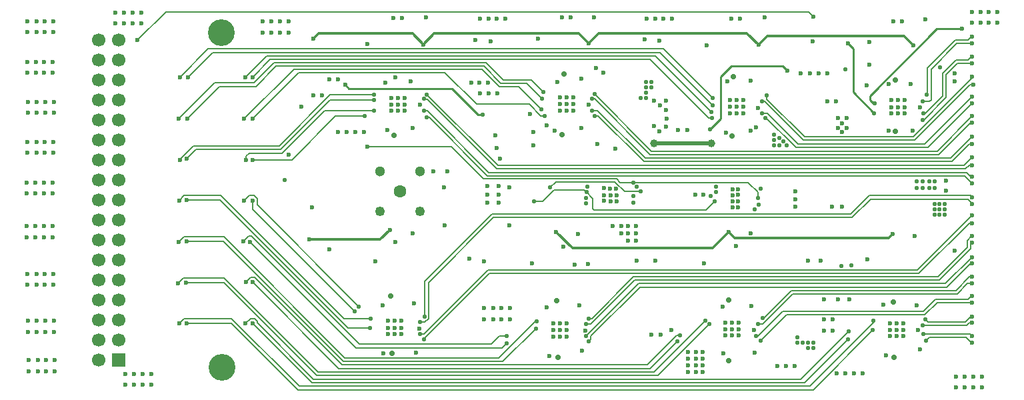
<source format=gbr>
%TF.GenerationSoftware,KiCad,Pcbnew,8.0.7*%
%TF.CreationDate,2025-02-17T23:40:52+01:00*%
%TF.ProjectId,A5256,41353235-362e-46b6-9963-61645f706362,rev?*%
%TF.SameCoordinates,Original*%
%TF.FileFunction,Copper,L3,Inr*%
%TF.FilePolarity,Positive*%
%FSLAX46Y46*%
G04 Gerber Fmt 4.6, Leading zero omitted, Abs format (unit mm)*
G04 Created by KiCad (PCBNEW 8.0.7) date 2025-02-17 23:40:52*
%MOMM*%
%LPD*%
G01*
G04 APERTURE LIST*
%TA.AperFunction,ComponentPad*%
%ADD10C,3.400000*%
%TD*%
%TA.AperFunction,ComponentPad*%
%ADD11R,1.700000X1.700000*%
%TD*%
%TA.AperFunction,ComponentPad*%
%ADD12C,1.700000*%
%TD*%
%TA.AperFunction,ComponentPad*%
%ADD13C,1.250000*%
%TD*%
%TA.AperFunction,ComponentPad*%
%ADD14C,1.300000*%
%TD*%
%TA.AperFunction,ComponentPad*%
%ADD15C,1.600000*%
%TD*%
%TA.AperFunction,ViaPad*%
%ADD16C,1.000000*%
%TD*%
%TA.AperFunction,ViaPad*%
%ADD17C,0.600000*%
%TD*%
%TA.AperFunction,ViaPad*%
%ADD18C,0.550000*%
%TD*%
%TA.AperFunction,ViaPad*%
%ADD19C,0.700000*%
%TD*%
%TA.AperFunction,Conductor*%
%ADD20C,0.500000*%
%TD*%
%TA.AperFunction,Conductor*%
%ADD21C,0.300000*%
%TD*%
%TA.AperFunction,Conductor*%
%ADD22C,0.230000*%
%TD*%
%TA.AperFunction,Conductor*%
%ADD23C,0.200000*%
%TD*%
%TA.AperFunction,Conductor*%
%ADD24C,0.162000*%
%TD*%
%TA.AperFunction,Conductor*%
%ADD25C,0.130000*%
%TD*%
G04 APERTURE END LIST*
D10*
%TO.N,GND*%
%TO.C,H2*%
X114150000Y-75600000D03*
%TD*%
D11*
%TO.N,unconnected-(J2-Pad1)*%
%TO.C,J2*%
X101090000Y-117140000D03*
D12*
%TO.N,unconnected-(J2-Pad2)*%
X98550000Y-117140000D03*
%TO.N,unconnected-(J2-Pad3)*%
X101090000Y-114600000D03*
%TO.N,unconnected-(J2-Pad4)*%
X98550000Y-114600000D03*
%TO.N,/IN 14*%
X101090000Y-112060000D03*
%TO.N,GND*%
X98550000Y-112060000D03*
%TO.N,/IN 13*%
X101090000Y-109520000D03*
%TO.N,GND*%
X98550000Y-109520000D03*
%TO.N,/IN 12*%
X101090000Y-106980000D03*
%TO.N,GND*%
X98550000Y-106980000D03*
%TO.N,/IN 11*%
X101090000Y-104440000D03*
%TO.N,GND*%
X98550000Y-104440000D03*
%TO.N,/IN 10*%
X101090000Y-101900000D03*
%TO.N,GND*%
X98550000Y-101900000D03*
%TO.N,/IN 9*%
X101090000Y-99360000D03*
%TO.N,GND*%
X98550000Y-99360000D03*
%TO.N,/IN 8*%
X101090000Y-96820000D03*
%TO.N,GND*%
X98550000Y-96820000D03*
%TO.N,/IN 7*%
X101090000Y-94280000D03*
%TO.N,GND*%
X98550000Y-94280000D03*
%TO.N,/IN 6*%
X101090000Y-91740000D03*
%TO.N,GND*%
X98550000Y-91740000D03*
%TO.N,/IN 5*%
X101090000Y-89200000D03*
%TO.N,GND*%
X98550000Y-89200000D03*
%TO.N,/IN 4*%
X101090000Y-86660000D03*
%TO.N,GND*%
X98550000Y-86660000D03*
%TO.N,/IN 3*%
X101090000Y-84120000D03*
%TO.N,GND*%
X98550000Y-84120000D03*
%TO.N,/IN 2*%
X101090000Y-81580000D03*
%TO.N,GND*%
X98550000Y-81580000D03*
%TO.N,/IN 1*%
X101090000Y-79040000D03*
%TO.N,GND*%
X98550000Y-79040000D03*
%TO.N,/IN 0*%
X101090000Y-76500000D03*
%TO.N,GND*%
X98550000Y-76500000D03*
%TD*%
D10*
%TO.N,GND*%
%TO.C,H1*%
X114190000Y-118060000D03*
%TD*%
D13*
%TO.N,GND*%
%TO.C,J3*%
X134270000Y-98250000D03*
X139350000Y-98250000D03*
D14*
X139350000Y-93170000D03*
X134270000Y-93170000D03*
D15*
%TO.N,/IN 0*%
X136810000Y-95710000D03*
%TD*%
D16*
%TO.N,/Power Supply/-5V*%
X176370000Y-89610000D03*
X169110000Y-89590000D03*
D17*
%TO.N,GND*%
X196420000Y-79620000D03*
D18*
X187310000Y-114950000D03*
D17*
X100680000Y-72990000D03*
X92970000Y-117150000D03*
X187020000Y-97680000D03*
X160710000Y-104990000D03*
X89530000Y-107590000D03*
X168720000Y-113950000D03*
X91700000Y-74120000D03*
X193910000Y-109410000D03*
X92690000Y-95980000D03*
X91590000Y-95980000D03*
X92800000Y-106190000D03*
D18*
X189280000Y-115600000D03*
D17*
X122680000Y-74170000D03*
X148640000Y-111940000D03*
X164360000Y-96190000D03*
X90640000Y-106190000D03*
X207230000Y-81730000D03*
X158470000Y-73650000D03*
X192990000Y-88170000D03*
X150800000Y-111940000D03*
X209430000Y-74340000D03*
X90590000Y-79260000D03*
X148960000Y-88590000D03*
X169220000Y-73810000D03*
X162760000Y-96190000D03*
X192970000Y-97700000D03*
X92860000Y-85750000D03*
X90810000Y-118550000D03*
X146970000Y-73750000D03*
X149070000Y-90220000D03*
X91590000Y-94580000D03*
X191750000Y-112000000D03*
X178930000Y-73830000D03*
X91700000Y-75520000D03*
X188920000Y-80760000D03*
X196080000Y-82260000D03*
X92800000Y-75520000D03*
X89590000Y-84350000D03*
X164360000Y-96970000D03*
X211600000Y-72940000D03*
X162740000Y-95330000D03*
X92860000Y-112160000D03*
X149330000Y-97200000D03*
X206180000Y-95640000D03*
X148080000Y-73750000D03*
X161700000Y-80050000D03*
X184750000Y-117880000D03*
X179780000Y-96950000D03*
X101790000Y-74390000D03*
X89700000Y-118550000D03*
X100680000Y-74390000D03*
X125780000Y-83520000D03*
X90640000Y-107590000D03*
X92690000Y-101560000D03*
X90530000Y-94580000D03*
X90590000Y-80660000D03*
X135990000Y-73700000D03*
X200560000Y-74110000D03*
X206200000Y-94380000D03*
X105230000Y-120300000D03*
X91700000Y-90830000D03*
X92860000Y-113560000D03*
D18*
X168060000Y-83840000D03*
D17*
X147530000Y-111940000D03*
X179780000Y-97740000D03*
X148060000Y-83300000D03*
X121580000Y-75570000D03*
X89530000Y-89430000D03*
X191660000Y-97700000D03*
X132210000Y-88150000D03*
X185860000Y-117880000D03*
X126890000Y-83520000D03*
D18*
X194160000Y-105160000D03*
D17*
X91590000Y-100160000D03*
X89420000Y-101560000D03*
X89420000Y-95980000D03*
X90700000Y-113560000D03*
X92970000Y-118550000D03*
X191130000Y-84300000D03*
X130050000Y-88150000D03*
X192230000Y-84300000D03*
X192300000Y-118850000D03*
X164240000Y-95400000D03*
X179780000Y-95440000D03*
X119410000Y-75570000D03*
X150710000Y-95240000D03*
X148640000Y-110540000D03*
X102850000Y-74390000D03*
D18*
X187980000Y-114950000D03*
D17*
X92800000Y-89430000D03*
X169940000Y-113950000D03*
X150240000Y-73750000D03*
X90700000Y-85750000D03*
X195570000Y-118850000D03*
X92800000Y-90830000D03*
X104130000Y-118900000D03*
X89480000Y-80660000D03*
D18*
X167410000Y-83830000D03*
D17*
X209620000Y-119220000D03*
X199450000Y-74110000D03*
X150800000Y-110540000D03*
X89590000Y-85750000D03*
D18*
X187300000Y-114290000D03*
D17*
X192410000Y-86440000D03*
D18*
X168710000Y-82510000D03*
D17*
X89590000Y-113560000D03*
X149160000Y-83300000D03*
X102850000Y-72990000D03*
X90700000Y-112160000D03*
X103950000Y-72990000D03*
X137100000Y-73700000D03*
X103950000Y-74390000D03*
X149700000Y-111940000D03*
D18*
X168710000Y-81850000D03*
D17*
X89420000Y-94580000D03*
X207450000Y-120620000D03*
D18*
X192870000Y-105180000D03*
D17*
X141040000Y-93160000D03*
X179500000Y-102700000D03*
X91760000Y-85750000D03*
X190710000Y-109410000D03*
D18*
X168060000Y-83160000D03*
D17*
X186920000Y-117880000D03*
X104130000Y-120300000D03*
X179780000Y-96180000D03*
X212700000Y-74340000D03*
X127810000Y-81510000D03*
X190650000Y-112000000D03*
X208560000Y-120620000D03*
X149700000Y-110540000D03*
X193410000Y-118850000D03*
D18*
X166420000Y-97150000D03*
D17*
X161920000Y-89750000D03*
X174310000Y-96140000D03*
X91590000Y-101560000D03*
X210720000Y-120620000D03*
X192410000Y-87680000D03*
X163540000Y-96950000D03*
X171240000Y-113360000D03*
X105230000Y-118900000D03*
X90640000Y-89430000D03*
X90530000Y-101560000D03*
D18*
X188624600Y-115600000D03*
D17*
X89700000Y-117150000D03*
X92690000Y-94580000D03*
X187020000Y-96700000D03*
X91700000Y-89430000D03*
X89530000Y-90830000D03*
X145860000Y-81930000D03*
X91700000Y-106190000D03*
X149330000Y-95040000D03*
X187710000Y-80750000D03*
X207250000Y-80750000D03*
X89480000Y-79260000D03*
X122680000Y-75570000D03*
X136200000Y-102160000D03*
X119410000Y-74170000D03*
D18*
X189284600Y-114950000D03*
D17*
X212700000Y-72940000D03*
X142820000Y-93210000D03*
X172140000Y-87970000D03*
X179060000Y-95430000D03*
D18*
X188630000Y-114960000D03*
D17*
X193530000Y-86440000D03*
X168110000Y-73810000D03*
X209620000Y-120620000D03*
X90640000Y-75520000D03*
X147930000Y-95040000D03*
X90700000Y-84350000D03*
X120520000Y-75570000D03*
X163520000Y-95350000D03*
X101960000Y-120300000D03*
X90530000Y-95980000D03*
X89530000Y-106190000D03*
X149330000Y-96140000D03*
X92860000Y-84350000D03*
X120520000Y-74170000D03*
X194470000Y-118850000D03*
X92750000Y-79260000D03*
X180040000Y-73830000D03*
X147530000Y-110540000D03*
X149140000Y-73750000D03*
D18*
X168070000Y-81860000D03*
D17*
X150720000Y-100020000D03*
X209430000Y-72940000D03*
X179060000Y-96960000D03*
X90640000Y-90830000D03*
X92690000Y-100160000D03*
X101960000Y-118900000D03*
X155430000Y-87360000D03*
X147000000Y-83300000D03*
X91700000Y-107590000D03*
X147930000Y-97200000D03*
X211600000Y-74340000D03*
X210720000Y-119220000D03*
X91650000Y-79260000D03*
X146920000Y-81930000D03*
X91870000Y-118550000D03*
X91760000Y-112160000D03*
X210540000Y-74340000D03*
X142490000Y-100060000D03*
X101790000Y-72990000D03*
X103070000Y-120300000D03*
X171380000Y-73810000D03*
X182040000Y-87600000D03*
X157360000Y-73650000D03*
X208560000Y-119220000D03*
X147930000Y-96140000D03*
X149510000Y-91600000D03*
X191750000Y-113400000D03*
X91760000Y-113560000D03*
X89420000Y-100160000D03*
X92750000Y-80660000D03*
X153350000Y-85920000D03*
X142450000Y-95200000D03*
X187020000Y-95750000D03*
X162650000Y-80660000D03*
X159030000Y-105020000D03*
X207450000Y-119220000D03*
X128910000Y-81510000D03*
X189980000Y-80760000D03*
X92800000Y-74120000D03*
X131110000Y-88150000D03*
X170280000Y-73810000D03*
X179060000Y-96200000D03*
X90530000Y-100160000D03*
X192410000Y-109410000D03*
X164160000Y-90320000D03*
X90810000Y-117150000D03*
X91760000Y-84350000D03*
X191080000Y-80760000D03*
X193530000Y-87680000D03*
X92800000Y-107590000D03*
X128940000Y-88150000D03*
X163570000Y-96210000D03*
X89530000Y-75520000D03*
X179060000Y-97730000D03*
X90640000Y-74120000D03*
X192960000Y-87080000D03*
X89530000Y-74120000D03*
X91870000Y-117150000D03*
X148020000Y-81930000D03*
X89590000Y-112160000D03*
D18*
X168060000Y-82510000D03*
D17*
X173330000Y-87970000D03*
X210540000Y-72940000D03*
X103070000Y-118900000D03*
X121580000Y-74170000D03*
X157580000Y-102780000D03*
X190650000Y-113400000D03*
X175370000Y-96140000D03*
X91650000Y-80660000D03*
X162750000Y-96940000D03*
D18*
%TO.N,4V5*%
X182360000Y-97400000D03*
D17*
X178222500Y-88252500D03*
D18*
X166900000Y-95110000D03*
X160620000Y-95150000D03*
D17*
X198180000Y-110090000D03*
X161462800Y-73600000D03*
X134580000Y-110160000D03*
X183120000Y-73600000D03*
X156465000Y-88035000D03*
X155777900Y-116617900D03*
X177875000Y-116285000D03*
X138409400Y-101086400D03*
X175250000Y-117820000D03*
X175250000Y-116160000D03*
X153780000Y-89840000D03*
X134692900Y-116260000D03*
X153790000Y-88150000D03*
X174400000Y-116990000D03*
X155430000Y-110420000D03*
X135252500Y-87922500D03*
X203500000Y-73915900D03*
X175250000Y-116990000D03*
X178387250Y-81752750D03*
X198850000Y-88050000D03*
X134980000Y-81910000D03*
X174400000Y-117800000D03*
X140100000Y-73600000D03*
X156838800Y-81821300D03*
X173400000Y-117800000D03*
X181330000Y-101080000D03*
X174400000Y-116160000D03*
X173400000Y-116990000D03*
X198557900Y-116587900D03*
X175250000Y-118660000D03*
D18*
X166430000Y-96320000D03*
D17*
X202180000Y-101410000D03*
X198920000Y-82110000D03*
X125650000Y-97725000D03*
X174400000Y-118660000D03*
X159461200Y-101100000D03*
D18*
X176270000Y-96350000D03*
D17*
X177770000Y-110330000D03*
X173400000Y-116160000D03*
X173400000Y-118660000D03*
%TO.N,-4V5*%
X135290000Y-113850000D03*
X178740000Y-84990000D03*
X200100000Y-85040000D03*
X136980000Y-113850000D03*
X157980000Y-114140000D03*
X179800000Y-113240000D03*
X135290000Y-112170000D03*
X199260000Y-84160000D03*
X122700000Y-91100000D03*
X157970000Y-85440000D03*
X178950000Y-112360000D03*
X178110000Y-112360000D03*
X200950000Y-85840000D03*
X133659400Y-104586400D03*
X157130000Y-85440000D03*
X136130000Y-113850000D03*
D19*
X199520000Y-116780000D03*
X178550000Y-117220000D03*
D17*
X175800000Y-77160000D03*
D19*
X199720000Y-88140000D03*
D17*
X156290000Y-113340000D03*
X178950000Y-114040000D03*
D19*
X179180000Y-81150000D03*
D17*
X199910000Y-113330000D03*
X157980000Y-113340000D03*
X136230000Y-81230000D03*
X157970000Y-84640000D03*
X165810000Y-102000000D03*
X157130000Y-113340000D03*
X136980000Y-112170000D03*
X199910000Y-114130000D03*
X199070000Y-112450000D03*
D19*
X157626682Y-80829465D03*
D17*
X137440000Y-83830000D03*
X180430000Y-85790000D03*
D19*
X178580000Y-109530000D03*
D17*
X179800000Y-114040000D03*
D19*
X135640000Y-109034600D03*
D17*
X196450000Y-76725000D03*
X180430000Y-84990000D03*
X200760000Y-113330000D03*
D19*
X199750000Y-81610000D03*
D17*
X157970000Y-83760000D03*
X135750000Y-83830000D03*
X199070000Y-114130000D03*
D19*
X135830000Y-116300000D03*
D17*
X199260000Y-85040000D03*
X199260000Y-85840000D03*
X136980000Y-113050000D03*
X196190000Y-104330000D03*
D19*
X136102515Y-88650000D03*
D17*
X179580000Y-85790000D03*
X158820000Y-83760000D03*
X157130000Y-83760000D03*
X158820000Y-85440000D03*
X178740000Y-85790000D03*
X157130000Y-84640000D03*
X199070000Y-113330000D03*
X156290000Y-114140000D03*
X178110000Y-113240000D03*
X166800000Y-101020000D03*
X135750000Y-85510000D03*
X158820000Y-84640000D03*
X166800000Y-100120000D03*
X179580000Y-84110000D03*
X157980000Y-112460000D03*
X178950000Y-113240000D03*
X135750000Y-84710000D03*
D19*
X156847400Y-116812600D03*
D17*
X179580000Y-84990000D03*
D19*
X156695964Y-109590289D03*
D17*
X200760000Y-114130000D03*
X179800000Y-112360000D03*
X180430000Y-84110000D03*
X137440000Y-85510000D03*
X154350000Y-76325000D03*
X164890000Y-101020000D03*
X178740000Y-84110000D03*
X200100000Y-84160000D03*
X153575000Y-104836400D03*
X200950000Y-85040000D03*
X137440000Y-84710000D03*
D19*
X179015000Y-88710000D03*
D17*
X135290000Y-113050000D03*
X136590000Y-85510000D03*
X136130000Y-112170000D03*
X200950000Y-84160000D03*
D19*
X157401368Y-88520000D03*
D17*
X157130000Y-114140000D03*
X136130000Y-113050000D03*
X156290000Y-112460000D03*
X200100000Y-85840000D03*
X163830000Y-100120000D03*
X136590000Y-83830000D03*
X136590000Y-84710000D03*
X157130000Y-112460000D03*
X164890000Y-100120000D03*
X132710000Y-76990000D03*
D19*
X199500000Y-109760000D03*
D17*
X178110000Y-114040000D03*
X199910000Y-112450000D03*
X165810000Y-101020000D03*
X200760000Y-112450000D03*
X166800000Y-102000000D03*
X175400000Y-104870000D03*
X165810000Y-100120000D03*
%TO.N,+1V7*%
X138140000Y-81790000D03*
X170640000Y-85420000D03*
X169800000Y-88090000D03*
X181840000Y-116220000D03*
X139300000Y-113123400D03*
X138870000Y-116212900D03*
X202860000Y-115780000D03*
X159855050Y-81405050D03*
X181375000Y-88045900D03*
X169120000Y-84210000D03*
X201639800Y-82079800D03*
X159920000Y-115920000D03*
X159620000Y-110200000D03*
X181400000Y-110250000D03*
X139375000Y-84745900D03*
X138425000Y-87695900D03*
X170640000Y-87470000D03*
X202900000Y-85055400D03*
X160336200Y-113384600D03*
X169830000Y-84830000D03*
X138590000Y-109910000D03*
X170670000Y-86500000D03*
X201950000Y-88005400D03*
X160775000Y-84720900D03*
X159825000Y-87670900D03*
X181350000Y-81680000D03*
X202400000Y-110240000D03*
X170640000Y-84190000D03*
X181761200Y-113334600D03*
X169060000Y-87440000D03*
X202619291Y-113289172D03*
X182325000Y-85095900D03*
%TO.N,/Vb2*%
X178550000Y-100890000D03*
X125306350Y-101850000D03*
X156660000Y-100860000D03*
X135530000Y-100601000D03*
X199420000Y-101160000D03*
%TO.N,/Vb1*%
X125790000Y-76370000D03*
X160775000Y-76900000D03*
X182350000Y-77125000D03*
X139780000Y-77060000D03*
X202020000Y-77210000D03*
D18*
%TO.N,Net-(U4-INB+)*%
X197040100Y-85783300D03*
D17*
X193700000Y-76900000D03*
D18*
%TO.N,Net-(U4-INA+)*%
X197140100Y-84503303D03*
D17*
X208200000Y-75100000D03*
%TO.N,Net-(JP5-B)*%
X189265000Y-76650000D03*
%TO.N,Net-(JP8-B)*%
X169740000Y-76580000D03*
%TO.N,Net-(JP10-B)*%
X167925000Y-76449500D03*
%TO.N,Net-(JP13-B)*%
X148323300Y-76641000D03*
%TO.N,Net-(JP15-B)*%
X146425000Y-76539500D03*
%TO.N,Net-(JP18-B)*%
X124260000Y-84960000D03*
%TO.N,Net-(JP20-B)*%
X145620000Y-104280000D03*
%TO.N,Net-(JP23-B)*%
X127810000Y-103080000D03*
%TO.N,Net-(JP25-B)*%
X166910000Y-104540000D03*
%TO.N,Net-(JP28-B)*%
X147520000Y-104580000D03*
%TO.N,Net-(JP30-B)*%
X188630000Y-104510000D03*
%TO.N,Net-(JP33-B)*%
X169230000Y-104530000D03*
%TO.N,Net-(JP35-B)*%
X207230000Y-103230000D03*
%TO.N,Net-(JP38-B)*%
X190260000Y-104558100D03*
%TO.N,/VOUT1*%
X185980000Y-80360000D03*
D18*
X176210000Y-87870000D03*
%TO.N,Net-(IC6-VREF)*%
X182280000Y-96600000D03*
X166430000Y-94580000D03*
D17*
X132713850Y-90045000D03*
D18*
%TO.N,/CH0/SCL*%
X176781985Y-97001985D03*
X153840000Y-96970000D03*
X160499178Y-95830821D03*
%TO.N,/CH0/SDA*%
X155900000Y-95240000D03*
X167350000Y-95740000D03*
%TO.N,/CH0/A0*%
X160485000Y-96530822D03*
D17*
%TO.N,/VOUT4*%
X129860000Y-82210000D03*
D18*
X147310000Y-85960000D03*
%TO.N,/CH0/A1*%
X160480000Y-97250000D03*
D17*
%TO.N,/IN 0*%
X103500000Y-76500000D03*
X189310000Y-73530000D03*
D18*
X122180000Y-94290000D03*
D17*
%TO.N,/~{OUT6}*%
X209500000Y-94675000D03*
D18*
X140230000Y-86320000D03*
D17*
%TO.N,/QB_CH0*%
X209500000Y-78650000D03*
D18*
X203320000Y-85805400D03*
%TO.N,/~{OUT3}*%
X161520000Y-83330000D03*
D17*
X209500000Y-86175000D03*
D18*
%TO.N,/OUT9*%
X160463700Y-112609200D03*
D17*
X209500000Y-102275000D03*
D18*
%TO.N,/~{OUT7}*%
X139937750Y-111657750D03*
D17*
X209500000Y-96512500D03*
%TO.N,/~{OUT5}*%
X209500000Y-91387500D03*
D18*
X140227500Y-83405500D03*
D17*
%TO.N,/~{OUT13}*%
X209500000Y-111625000D03*
D18*
X203552450Y-111970850D03*
%TO.N,/OUT11*%
X182282450Y-112570850D03*
D17*
X209500000Y-107400000D03*
D18*
%TO.N,/OUT4*%
X161171250Y-85451750D03*
D17*
X209500000Y-88750000D03*
D18*
%TO.N,/OUT12*%
X182040000Y-114056700D03*
D17*
X209500000Y-109000000D03*
%TO.N,/~{OUT8}*%
X209500000Y-99750000D03*
D18*
X139832500Y-114520000D03*
D17*
%TO.N,/OUT14*%
X209500000Y-114100000D03*
D18*
X203290000Y-113856590D03*
D17*
%TO.N,/OUT1*%
X209634620Y-82190650D03*
D18*
X182821250Y-84311750D03*
D17*
%TO.N,/OUT5*%
X209500000Y-92398492D03*
D18*
X139877500Y-83990500D03*
%TO.N,/~{OUT4}*%
X161540000Y-86130000D03*
D17*
X209500000Y-89725000D03*
%TO.N,/OUT3*%
X209500000Y-87025000D03*
D18*
X161191250Y-83961750D03*
%TO.N,/~{OUT14}*%
X203594550Y-114685450D03*
D17*
X209500000Y-114950000D03*
D18*
%TO.N,/OUT13*%
X203163700Y-112743350D03*
D17*
X209500000Y-112375000D03*
D18*
%TO.N,/~{OUT9}*%
X160813700Y-111859600D03*
D17*
X209500000Y-101425000D03*
%TO.N,/OUT7*%
X209500000Y-97362500D03*
D18*
X139352450Y-112350850D03*
D17*
%TO.N,/~{OUT12}*%
X209500000Y-109850000D03*
D18*
X182662450Y-114660850D03*
D17*
%TO.N,/~{QA}_CH0*%
X209500000Y-76100000D03*
D18*
X203685050Y-83470000D03*
%TO.N,/OUT10*%
X160422450Y-114130850D03*
D17*
X209500000Y-104079997D03*
D18*
%TO.N,/~{OUT1}*%
X183429250Y-83529250D03*
D17*
X209500000Y-81175000D03*
D18*
%TO.N,/QA_CH0*%
X203163800Y-84301650D03*
D17*
X209500000Y-76950000D03*
%TO.N,/OUT2*%
X209500000Y-83675000D03*
D18*
X182801250Y-85801750D03*
%TO.N,/OUT8*%
X139332450Y-113840850D03*
D17*
X209500000Y-98800000D03*
%TO.N,/OUT6*%
X209500000Y-93825000D03*
D18*
X139857500Y-85465500D03*
%TO.N,/~{QB}_CH0*%
X203190000Y-86620000D03*
D17*
X209500000Y-79500000D03*
D18*
%TO.N,/~{OUT11}*%
X182839400Y-111829400D03*
D17*
X209500000Y-106550000D03*
D18*
%TO.N,/~{OUT10}*%
X160822450Y-114730850D03*
D17*
X209500000Y-104875000D03*
%TO.N,/~{OUT2}*%
X209500000Y-84525000D03*
D18*
X183201250Y-86401750D03*
%TO.N,/CH0/CA1*%
X176940000Y-95840000D03*
%TO.N,/CH0/CA0*%
X176940000Y-95160000D03*
%TO.N,/Signals 1-2/INA+*%
X176527500Y-84765500D03*
D17*
X109875000Y-81250000D03*
D18*
%TO.N,Net-(JP6-C)*%
X176527500Y-83865500D03*
D17*
X108875000Y-81200000D03*
%TO.N,/Signals 1-2/INB+*%
X117150000Y-81250000D03*
D18*
X176400000Y-85680000D03*
%TO.N,Net-(JP9-C)*%
X176427500Y-86385503D03*
D17*
X118075000Y-81200000D03*
%TO.N,/Signals 3-4/INA+*%
X109825000Y-86450000D03*
D18*
X154850000Y-83910000D03*
D17*
%TO.N,Net-(JP11-C)*%
X108675000Y-86475000D03*
D18*
X155050000Y-83120000D03*
%TO.N,/Signals 3-4/INB+*%
X154801000Y-85339000D03*
D17*
X117025000Y-86525000D03*
%TO.N,Net-(JP14-C)*%
X118100000Y-86525000D03*
D18*
X155170000Y-86120153D03*
D17*
%TO.N,Net-(JP16-C)*%
X108875000Y-91700000D03*
D18*
X133527500Y-83465500D03*
D17*
%TO.N,/Signals 5-6/INB+*%
X117250000Y-91775000D03*
D18*
X133527500Y-85465500D03*
%TO.N,Net-(JP19-C)*%
X132340000Y-86190000D03*
D17*
X118100000Y-91700000D03*
D18*
%TO.N,/Signals 7-8/INA+*%
X132988700Y-113034600D03*
D17*
X109725000Y-96850000D03*
D18*
%TO.N,Net-(JP21-C)*%
X133137500Y-111912500D03*
D17*
X108775000Y-96900000D03*
D18*
%TO.N,/Signals 7-8/INB+*%
X131588700Y-110334600D03*
D17*
X117050000Y-96925000D03*
%TO.N,Net-(JP24-C)*%
X118100000Y-96900000D03*
D18*
X131057053Y-110934600D03*
%TO.N,/Signals 9-10/INA+*%
X154080000Y-113120000D03*
D17*
X109700000Y-102100000D03*
%TO.N,Net-(JP26-C)*%
X108700000Y-102175000D03*
D18*
X154137500Y-112212500D03*
%TO.N,/Signals 9-10/INB+*%
X150408703Y-114134600D03*
D17*
X116900000Y-102100000D03*
%TO.N,Net-(JP29-C)*%
X117791551Y-102128449D03*
D18*
X150350000Y-115030000D03*
%TO.N,/Signals 11-12/INA+*%
X176150000Y-112560000D03*
D17*
X109675000Y-107325000D03*
%TO.N,Net-(JP31-C)*%
X108625000Y-107375000D03*
D18*
X175617500Y-112112500D03*
D17*
%TO.N,/Signals 11-12/INB+*%
X117225000Y-107275000D03*
D18*
X172375714Y-114034600D03*
D17*
%TO.N,Net-(JP34-C)*%
X118075000Y-107250000D03*
D18*
X172065400Y-114755400D03*
%TO.N,/Signals 13-14/INA+*%
X196888700Y-113334600D03*
D17*
X109725000Y-112475000D03*
%TO.N,Net-(JP36-C)*%
X108775000Y-112525000D03*
D18*
X196937500Y-112112500D03*
D17*
%TO.N,/Signals 13-14/INB+*%
X117160000Y-112520000D03*
D18*
X193820000Y-113460000D03*
%TO.N,Net-(JP39-C)*%
X193750000Y-114500000D03*
D17*
X118100000Y-112450000D03*
D18*
%TO.N,Net-(U1-VOUTA)*%
X193400000Y-80200000D03*
X182600000Y-95400000D03*
%TO.N,Net-(U1-VOUTB)*%
X181900000Y-98000000D03*
X205400000Y-80000000D03*
%TO.N,/Signals 5-6/INA+*%
X133500000Y-84150000D03*
D17*
X109750000Y-91600000D03*
D18*
%TO.N,/Power Supply/GND_out*%
X184990000Y-89880000D03*
X184300000Y-89860000D03*
X185960000Y-89880000D03*
X184300000Y-89210000D03*
X185538016Y-89381984D03*
X184990000Y-88930000D03*
X184320000Y-88530000D03*
%TO.N,/Power Supply/GND_in*%
X203220000Y-95260000D03*
X204750000Y-94420000D03*
X202470000Y-95260000D03*
X204750000Y-95260000D03*
X202470000Y-94420000D03*
X204010000Y-94420000D03*
X203220000Y-94420000D03*
X204010000Y-95260000D03*
%TO.N,/Power Supply/GND_diode*%
X206000000Y-98660000D03*
X206000000Y-97300000D03*
X205340000Y-97300000D03*
X205340000Y-98660000D03*
X205350000Y-98010000D03*
X204700000Y-97300000D03*
X206000000Y-98010000D03*
X204700000Y-98660000D03*
X204700000Y-98010000D03*
%TD*%
D20*
%TO.N,/Power Supply/-5V*%
X176350000Y-89590000D02*
X176370000Y-89610000D01*
X169110000Y-89590000D02*
X176350000Y-89590000D01*
D21*
%TO.N,/Vb2*%
X158730000Y-102930000D02*
X156660000Y-100860000D01*
X199420000Y-101160000D02*
X198900000Y-101680000D01*
X198900000Y-101680000D02*
X179340000Y-101680000D01*
X176510000Y-102930000D02*
X158730000Y-102930000D01*
X178550000Y-100890000D02*
X176510000Y-102930000D01*
X125306350Y-101850000D02*
X134281000Y-101850000D01*
X179340000Y-101680000D02*
X178550000Y-100890000D01*
X134281000Y-101850000D02*
X135530000Y-100601000D01*
%TO.N,/Vb1*%
X138400000Y-75680000D02*
X126480000Y-75680000D01*
X160775000Y-76900000D02*
X162015000Y-75660000D01*
X162015000Y-75660000D02*
X180885000Y-75660000D01*
X141160000Y-75680000D02*
X159555000Y-75680000D01*
X159555000Y-75680000D02*
X160775000Y-76900000D01*
X126480000Y-75680000D02*
X125790000Y-76370000D01*
X202020000Y-77210000D02*
X200791800Y-75981800D01*
X139780000Y-77060000D02*
X141160000Y-75680000D01*
X183493200Y-75981800D02*
X182350000Y-77125000D01*
X180885000Y-75660000D02*
X182350000Y-77125000D01*
X139780000Y-77060000D02*
X138400000Y-75680000D01*
X200791800Y-75981800D02*
X183493200Y-75981800D01*
D22*
%TO.N,Net-(U4-INB+)*%
X193700000Y-76900000D02*
X194400000Y-77600000D01*
X194400000Y-83143200D02*
X197040100Y-85783300D01*
X194400000Y-77600000D02*
X194400000Y-83143200D01*
%TO.N,Net-(U4-INA+)*%
X208200000Y-75100000D02*
X205000000Y-75100000D01*
X205000000Y-75100000D02*
X196500000Y-83600000D01*
X196903303Y-84503303D02*
X197140100Y-84503303D01*
X196500000Y-83600000D02*
X196500000Y-84100000D01*
X196500000Y-84100000D02*
X196903303Y-84503303D01*
%TO.N,/VOUT1*%
X177580000Y-86500000D02*
X176210000Y-87870000D01*
X185980000Y-80360000D02*
X185400000Y-79780000D01*
X177580000Y-81130000D02*
X177580000Y-86500000D01*
X178930000Y-79780000D02*
X177580000Y-81130000D01*
X185400000Y-79780000D02*
X178930000Y-79780000D01*
D23*
%TO.N,Net-(IC6-VREF)*%
X147440000Y-94150000D02*
X143335000Y-90045000D01*
X164340000Y-94150000D02*
X147440000Y-94150000D01*
X182280000Y-96600000D02*
X182280000Y-95820000D01*
X182280000Y-95820000D02*
X181040000Y-94580000D01*
X181040000Y-94580000D02*
X166430000Y-94580000D01*
X166430000Y-94580000D02*
X164770000Y-94580000D01*
X143335000Y-90045000D02*
X132713850Y-90045000D01*
X164770000Y-94580000D02*
X164340000Y-94150000D01*
%TO.N,/CH0/SCL*%
X161330000Y-96661643D02*
X160499178Y-95830821D01*
X156380000Y-95540000D02*
X154950000Y-96970000D01*
X160208357Y-95540000D02*
X156380000Y-95540000D01*
X176781985Y-97001985D02*
X175713970Y-98070000D01*
X154950000Y-96970000D02*
X153840000Y-96970000D01*
X161500000Y-98070000D02*
X161330000Y-97900000D01*
X161330000Y-97900000D02*
X161330000Y-96661643D01*
X160499178Y-95830821D02*
X160208357Y-95540000D01*
X175713970Y-98070000D02*
X161500000Y-98070000D01*
%TO.N,/CH0/SDA*%
X164100000Y-94500000D02*
X156640000Y-94500000D01*
X165340000Y-95740000D02*
X164100000Y-94500000D01*
X167350000Y-95740000D02*
X165340000Y-95740000D01*
X156640000Y-94500000D02*
X155900000Y-95240000D01*
D22*
%TO.N,/VOUT4*%
X130310000Y-82660000D02*
X129860000Y-82210000D01*
X146720000Y-85960000D02*
X143420000Y-82660000D01*
X143420000Y-82660000D02*
X130310000Y-82660000D01*
X147310000Y-85960000D02*
X146720000Y-85960000D01*
D24*
%TO.N,/IN 0*%
X189310000Y-73530000D02*
X188710000Y-72930000D01*
X107070000Y-72930000D02*
X103500000Y-76500000D01*
X188710000Y-72930000D02*
X107070000Y-72930000D01*
D25*
%TO.N,/~{OUT6}*%
X147940000Y-93750000D02*
X208575000Y-93750000D01*
X208575000Y-93750000D02*
X209500000Y-94675000D01*
X140510000Y-86320000D02*
X147940000Y-93750000D01*
X140230000Y-86320000D02*
X140510000Y-86320000D01*
%TO.N,/QB_CH0*%
X209409547Y-78650000D02*
X209500000Y-78650000D01*
X209500000Y-78650000D02*
X209356030Y-78650000D01*
X205733800Y-83627288D02*
X205733800Y-80758088D01*
X203320000Y-85805400D02*
X203555688Y-85805400D01*
X208989547Y-79070000D02*
X209409547Y-78650000D01*
X205733800Y-80758088D02*
X207421888Y-79070000D01*
X207421888Y-79070000D02*
X208989547Y-79070000D01*
X203555688Y-85805400D02*
X205733800Y-83627288D01*
%TO.N,/~{OUT3}*%
X168749500Y-90600000D02*
X205075000Y-90600000D01*
X161520000Y-83330000D02*
X161520000Y-83370500D01*
X205075000Y-90600000D02*
X209500000Y-86175000D01*
X161520000Y-83370500D02*
X168749500Y-90600000D01*
%TO.N,/OUT9*%
X161030800Y-112609200D02*
X160463700Y-112609200D01*
X209265000Y-102510000D02*
X209265000Y-103035000D01*
X209500000Y-102275000D02*
X209265000Y-102510000D01*
X205310000Y-106990000D02*
X166650000Y-106990000D01*
X209265000Y-103035000D02*
X205310000Y-106990000D01*
X166650000Y-106990000D02*
X161030800Y-112609200D01*
%TO.N,/~{OUT7}*%
X209500000Y-96512500D02*
X209257500Y-96270000D01*
X209257500Y-96270000D02*
X196390000Y-96270000D01*
X148470000Y-98620000D02*
X139937750Y-107152250D01*
X196390000Y-96270000D02*
X194040000Y-98620000D01*
X139937750Y-107152250D02*
X139937750Y-111657750D01*
X194040000Y-98620000D02*
X148470000Y-98620000D01*
%TO.N,/~{OUT5}*%
X208467500Y-92420000D02*
X149242000Y-92420000D01*
X149242000Y-92420000D02*
X140227500Y-83405500D01*
X209500000Y-91387500D02*
X208467500Y-92420000D01*
%TO.N,/~{OUT13}*%
X203552450Y-111970850D02*
X203894950Y-112313350D01*
X203894950Y-112313350D02*
X208621197Y-112313350D01*
X208621197Y-112313350D02*
X209309547Y-111625000D01*
X209309547Y-111625000D02*
X209525000Y-111625000D01*
%TO.N,/OUT11*%
X186730000Y-108730000D02*
X182889150Y-112570850D01*
X182889150Y-112570850D02*
X182282450Y-112570850D01*
X209500000Y-107400000D02*
X208908112Y-107400000D01*
X207578112Y-108730000D02*
X186730000Y-108730000D01*
X208908112Y-107400000D02*
X207578112Y-108730000D01*
%TO.N,/OUT4*%
X206730000Y-91520000D02*
X167950000Y-91520000D01*
X167950000Y-91520000D02*
X161881750Y-85451750D01*
X161881750Y-85451750D02*
X161171250Y-85451750D01*
X209500000Y-88750000D02*
X206730000Y-91520000D01*
%TO.N,/OUT12*%
X209409547Y-109000000D02*
X208989547Y-109420000D01*
X185380000Y-110950000D02*
X182273300Y-114056700D01*
X203300508Y-110950000D02*
X185380000Y-110950000D01*
X208989547Y-109420000D02*
X204830508Y-109420000D01*
X209500000Y-109000000D02*
X209409547Y-109000000D01*
X182273300Y-114056700D02*
X182040000Y-114056700D01*
X204830508Y-109420000D02*
X203300508Y-110950000D01*
%TO.N,/~{OUT8}*%
X148175016Y-106130000D02*
X202733604Y-106130000D01*
X202733604Y-106130000D02*
X209113604Y-99750000D01*
X209113604Y-99750000D02*
X209500000Y-99750000D01*
X209512500Y-99687500D02*
X209326470Y-99687500D01*
X139832500Y-114472516D02*
X148175016Y-106130000D01*
X139832500Y-114520000D02*
X139832500Y-114472516D01*
%TO.N,/OUT14*%
X203348604Y-113797986D02*
X209197986Y-113797986D01*
X209197986Y-113797986D02*
X209500000Y-114100000D01*
X203290000Y-113856590D02*
X203348604Y-113797986D01*
%TO.N,/OUT1*%
X202208112Y-89230000D02*
X188051388Y-89230000D01*
X188051388Y-89230000D02*
X183133138Y-84311750D01*
X209247462Y-82190650D02*
X202208112Y-89230000D01*
X183133138Y-84311750D02*
X182821250Y-84311750D01*
X209634620Y-82190650D02*
X209247462Y-82190650D01*
%TO.N,/OUT5*%
X140259388Y-84045500D02*
X139932500Y-84045500D01*
X149063888Y-92850000D02*
X140259388Y-84045500D01*
X208645612Y-92850000D02*
X149063888Y-92850000D01*
X139932500Y-84045500D02*
X139877500Y-83990500D01*
X209500000Y-92398492D02*
X209097120Y-92398492D01*
X209097120Y-92398492D02*
X208645612Y-92850000D01*
X139877500Y-83990500D02*
X139877500Y-83975500D01*
%TO.N,/~{OUT4}*%
X167771888Y-91950000D02*
X206908112Y-91950000D01*
X209133112Y-89725000D02*
X209500000Y-89725000D01*
X161540000Y-86130000D02*
X161951888Y-86130000D01*
X206908112Y-91950000D02*
X209133112Y-89725000D01*
X161951888Y-86130000D02*
X167771888Y-91950000D01*
%TO.N,/OUT3*%
X209500000Y-87025000D02*
X209258112Y-87025000D01*
X209258112Y-87025000D02*
X205253112Y-91030000D01*
X161199500Y-83970000D02*
X161191250Y-83961750D01*
X161511388Y-83970000D02*
X161199500Y-83970000D01*
X205253112Y-91030000D02*
X168571388Y-91030000D01*
X168571388Y-91030000D02*
X161511388Y-83970000D01*
%TO.N,/~{OUT14}*%
X208687533Y-114227986D02*
X209409547Y-114950000D01*
X203594550Y-114685450D02*
X204052014Y-114227986D01*
X209409547Y-114950000D02*
X209500000Y-114950000D01*
X204052014Y-114227986D02*
X208687533Y-114227986D01*
%TO.N,/OUT13*%
X203163700Y-112743350D02*
X208799309Y-112743350D01*
X208799309Y-112743350D02*
X209167659Y-112375000D01*
X209167659Y-112375000D02*
X209500000Y-112375000D01*
%TO.N,/~{OUT9}*%
X166471888Y-106560000D02*
X161172288Y-111859600D01*
X209500000Y-101425000D02*
X209409547Y-101425000D01*
X208835000Y-101999547D02*
X208835000Y-102856888D01*
X209409547Y-101425000D02*
X208835000Y-101999547D01*
X205131888Y-106560000D02*
X166471888Y-106560000D01*
X161172288Y-111859600D02*
X160813700Y-111859600D01*
X208835000Y-102856888D02*
X205131888Y-106560000D01*
%TO.N,/OUT7*%
X148660000Y-99050000D02*
X140427750Y-107282250D01*
X194220000Y-99050000D02*
X148660000Y-99050000D01*
X140427750Y-107282250D02*
X140427750Y-111860715D01*
X196570000Y-96700000D02*
X194220000Y-99050000D01*
X209500000Y-97230000D02*
X208970000Y-96700000D01*
X209500000Y-97362500D02*
X209500000Y-97230000D01*
X139937615Y-112350850D02*
X139352450Y-112350850D01*
X140427750Y-111860715D02*
X139937615Y-112350850D01*
X208970000Y-96700000D02*
X196570000Y-96700000D01*
%TO.N,/~{OUT12}*%
X205036904Y-109850000D02*
X203486904Y-111400000D01*
X209525000Y-109850000D02*
X209501471Y-109850000D01*
X203486904Y-111400000D02*
X185923300Y-111400000D01*
X185923300Y-111400000D02*
X182662450Y-114660850D01*
X209500000Y-109850000D02*
X205036904Y-109850000D01*
%TO.N,/~{QA}_CH0*%
X203833800Y-83321250D02*
X203833800Y-80058088D01*
X207371888Y-76520000D02*
X208989547Y-76520000D01*
X203685050Y-83470000D02*
X203833800Y-83321250D01*
X209409547Y-76100000D02*
X209500000Y-76100000D01*
X203833800Y-80058088D02*
X207371888Y-76520000D01*
X208989547Y-76520000D02*
X209409547Y-76100000D01*
%TO.N,/OUT10*%
X167129329Y-107440000D02*
X160438479Y-114130850D01*
X206086471Y-107440000D02*
X167129329Y-107440000D01*
X209446474Y-104079997D02*
X206086471Y-107440000D01*
X209500000Y-104079997D02*
X209446474Y-104079997D01*
X160438479Y-114130850D02*
X160422450Y-114130850D01*
%TO.N,/~{OUT1}*%
X209500000Y-81330000D02*
X209500000Y-81175000D01*
X188229500Y-88800000D02*
X202030000Y-88800000D01*
X183429250Y-83529250D02*
X183429250Y-83999750D01*
X183429250Y-83999750D02*
X188229500Y-88800000D01*
X202030000Y-88800000D02*
X209500000Y-81330000D01*
%TO.N,/QA_CH0*%
X204263800Y-80236200D02*
X207550000Y-76950000D01*
X207550000Y-76950000D02*
X209500000Y-76950000D01*
X204263800Y-84111430D02*
X204263800Y-80236200D01*
X204073580Y-84301650D02*
X204263800Y-84111430D01*
X203163800Y-84301650D02*
X204073580Y-84301650D01*
%TO.N,/OUT2*%
X203475000Y-89700000D02*
X187400000Y-89700000D01*
X187400000Y-89700000D02*
X183501750Y-85801750D01*
X183501750Y-85801750D02*
X182801250Y-85801750D01*
X209500000Y-83675000D02*
X203475000Y-89700000D01*
%TO.N,/OUT8*%
X139856054Y-113840850D02*
X147996904Y-105700000D01*
X209455492Y-98800000D02*
X209500000Y-98800000D01*
X147996904Y-105700000D02*
X202555492Y-105700000D01*
X202555492Y-105700000D02*
X209455492Y-98800000D01*
X139332450Y-113840850D02*
X139856054Y-113840850D01*
%TO.N,/OUT6*%
X140870000Y-86071888D02*
X140870000Y-86054903D01*
X140280597Y-85465500D02*
X139857500Y-85465500D01*
X140870000Y-86054903D02*
X140280597Y-85465500D01*
X209258112Y-93825000D02*
X208753112Y-93320000D01*
X148118112Y-93320000D02*
X140870000Y-86071888D01*
X208753112Y-93320000D02*
X148118112Y-93320000D01*
X209500000Y-93825000D02*
X209258112Y-93825000D01*
%TO.N,/~{QB}_CH0*%
X207600000Y-79500000D02*
X209500000Y-79500000D01*
X203190000Y-86620000D02*
X203349200Y-86620000D01*
X206163800Y-80936200D02*
X207600000Y-79500000D01*
X206163800Y-83805400D02*
X206163800Y-80936200D01*
X203349200Y-86620000D02*
X206163800Y-83805400D01*
%TO.N,/~{OUT11}*%
X183022488Y-111829400D02*
X186551888Y-108300000D01*
X182839400Y-111829400D02*
X183022488Y-111829400D01*
X207400000Y-108300000D02*
X209150000Y-106550000D01*
X209150000Y-106550000D02*
X209500000Y-106550000D01*
X186551888Y-108300000D02*
X207400000Y-108300000D01*
%TO.N,/~{OUT10}*%
X161062450Y-114114991D02*
X161062450Y-114490850D01*
X206264583Y-107870000D02*
X167307441Y-107870000D01*
X167307441Y-107870000D02*
X161062450Y-114114991D01*
X209259583Y-104875000D02*
X206264583Y-107870000D01*
X161062450Y-114490850D02*
X160822450Y-114730850D01*
X209500000Y-104875000D02*
X209259583Y-104875000D01*
%TO.N,/~{OUT2}*%
X209500000Y-84525000D02*
X203875000Y-90150000D01*
X183342672Y-86401750D02*
X183201250Y-86401750D01*
X187090922Y-90150000D02*
X183342672Y-86401750D01*
X203875000Y-90150000D02*
X187090922Y-90150000D01*
X209475000Y-84525000D02*
X209475000Y-84575000D01*
D24*
%TO.N,/Signals 1-2/INA+*%
X113055000Y-78070000D02*
X109875000Y-81250000D01*
X169832000Y-78070000D02*
X113055000Y-78070000D01*
X176527500Y-84765500D02*
X169832000Y-78070000D01*
%TO.N,Net-(JP6-C)*%
X112435000Y-77640000D02*
X108875000Y-81200000D01*
X170302000Y-77640000D02*
X112435000Y-77640000D01*
X176527500Y-83865500D02*
X170302000Y-77640000D01*
%TO.N,/Signals 1-2/INB+*%
X169220000Y-78500000D02*
X119900000Y-78500000D01*
X119900000Y-78500000D02*
X117150000Y-81250000D01*
X176400000Y-85680000D02*
X169220000Y-78500000D01*
%TO.N,Net-(JP9-C)*%
X120345000Y-78930000D02*
X118075000Y-81200000D01*
X168570000Y-78930000D02*
X120345000Y-78930000D01*
X176025503Y-86385503D02*
X168570000Y-78930000D01*
X176427500Y-86385503D02*
X176025503Y-86385503D01*
%TO.N,/Signals 3-4/INA+*%
X109825000Y-86450000D02*
X109825000Y-86425000D01*
X154850000Y-83910000D02*
X152910000Y-81970000D01*
X149630000Y-81970000D02*
X147450000Y-79790000D01*
X118501346Y-82400000D02*
X113875000Y-82400000D01*
X152910000Y-81970000D02*
X149630000Y-81970000D01*
X121111346Y-79790000D02*
X118501346Y-82400000D01*
X147450000Y-79790000D02*
X121111346Y-79790000D01*
X113875000Y-82400000D02*
X109825000Y-86450000D01*
%TO.N,Net-(JP11-C)*%
X153470000Y-81540000D02*
X149940000Y-81540000D01*
X120834239Y-79360000D02*
X118294239Y-81900000D01*
X147760000Y-79360000D02*
X120834239Y-79360000D01*
X149940000Y-81540000D02*
X147760000Y-79360000D01*
X113250000Y-81900000D02*
X108675000Y-86475000D01*
X118294239Y-81900000D02*
X113250000Y-81900000D01*
X155050000Y-83120000D02*
X153470000Y-81540000D01*
%TO.N,/Signals 3-4/INB+*%
X149451888Y-82400000D02*
X147271888Y-80220000D01*
X123330000Y-80220000D02*
X117025000Y-86525000D01*
X154801000Y-85331000D02*
X151870000Y-82400000D01*
X151870000Y-82400000D02*
X149451888Y-82400000D01*
X154801000Y-85339000D02*
X154801000Y-85331000D01*
X147271888Y-80220000D02*
X123330000Y-80220000D01*
%TO.N,Net-(JP14-C)*%
X154690153Y-86120153D02*
X153240000Y-84670000D01*
X146528614Y-84670000D02*
X142508614Y-80650000D01*
X118100000Y-86525000D02*
X118100000Y-86500000D01*
X142508614Y-80650000D02*
X123975000Y-80650000D01*
X155170000Y-86120153D02*
X154690153Y-86120153D01*
X123975000Y-80650000D02*
X118100000Y-86525000D01*
X153240000Y-84670000D02*
X146528614Y-84670000D01*
%TO.N,Net-(JP16-C)*%
X133527500Y-83465500D02*
X127963179Y-83465500D01*
X121468679Y-89960000D02*
X110541471Y-89960000D01*
X108875000Y-91626471D02*
X108875000Y-91700000D01*
X127963179Y-83465500D02*
X121468679Y-89960000D01*
X110541471Y-89960000D02*
X108875000Y-91626471D01*
%TO.N,/Signals 5-6/INB+*%
X127235971Y-85465500D02*
X121841471Y-90860000D01*
X117250000Y-91270000D02*
X117250000Y-91775000D01*
X117660000Y-90860000D02*
X117250000Y-91270000D01*
X133527500Y-85465500D02*
X127235971Y-85465500D01*
X121841471Y-90860000D02*
X117660000Y-90860000D01*
%TO.N,Net-(JP19-C)*%
X128650000Y-86190000D02*
X123140000Y-91700000D01*
X132340000Y-86190000D02*
X128650000Y-86190000D01*
X123140000Y-91700000D02*
X118100000Y-91700000D01*
%TO.N,/Signals 7-8/INA+*%
X109725000Y-96850000D02*
X113998027Y-96850000D01*
X130182627Y-113034600D02*
X132988700Y-113034600D01*
X132988700Y-113034600D02*
X132984100Y-113030000D01*
X113998027Y-96850000D02*
X130182627Y-113034600D01*
%TO.N,Net-(JP21-C)*%
X109425000Y-96250000D02*
X108775000Y-96900000D01*
X114034423Y-96250000D02*
X109425000Y-96250000D01*
X129696923Y-111912500D02*
X114034423Y-96250000D01*
X133105000Y-111880000D02*
X133137500Y-111912500D01*
X133137500Y-111912500D02*
X129696923Y-111912500D01*
%TO.N,/Signals 7-8/INB+*%
X131588700Y-110334600D02*
X118700000Y-97445900D01*
D21*
X131588700Y-110334600D02*
X131588700Y-110308700D01*
D24*
X118308529Y-96260000D02*
X117715000Y-96260000D01*
X117715000Y-96260000D02*
X117050000Y-96925000D01*
X118700000Y-96651471D02*
X118308529Y-96260000D01*
X118700000Y-97445900D02*
X118700000Y-96651471D01*
D21*
%TO.N,Net-(JP24-C)*%
X131057053Y-110934600D02*
X131034600Y-110934600D01*
D24*
X131057053Y-110934600D02*
X118100000Y-97977547D01*
X118100000Y-97977547D02*
X118100000Y-96900000D01*
%TO.N,/Signals 9-10/INA+*%
X149890000Y-117310000D02*
X129619925Y-117310000D01*
X154107497Y-113092503D02*
X154080000Y-113120000D01*
X114409925Y-102100000D02*
X109700000Y-102100000D01*
X129619925Y-117310000D02*
X114409925Y-102100000D01*
X154080000Y-113120000D02*
X149890000Y-117310000D01*
%TO.N,Net-(JP26-C)*%
X129806321Y-116860000D02*
X114446321Y-101500000D01*
X149332185Y-116860000D02*
X129806321Y-116860000D01*
X109375000Y-101500000D02*
X108700000Y-102175000D01*
X153979685Y-112212500D02*
X149332185Y-116860000D01*
X114446321Y-101500000D02*
X109375000Y-101500000D01*
X154137500Y-112212500D02*
X153979685Y-112212500D01*
%TO.N,/Signals 9-10/INB+*%
X117901631Y-101390000D02*
X117610000Y-101390000D01*
X117610000Y-101390000D02*
X116900000Y-102100000D01*
X148460331Y-115150000D02*
X131661631Y-115150000D01*
X131661631Y-115150000D02*
X117901631Y-101390000D01*
X149475731Y-114134600D02*
X148460331Y-115150000D01*
X150408703Y-114134600D02*
X149475731Y-114134600D01*
%TO.N,Net-(JP29-C)*%
X131253102Y-115590000D02*
X149790000Y-115590000D01*
X149790000Y-115590000D02*
X150350000Y-115030000D01*
X117791551Y-102128449D02*
X131253102Y-115590000D01*
X150288700Y-114968700D02*
X150350000Y-115030000D01*
%TO.N,/Signals 11-12/INA+*%
X176110003Y-112560000D02*
X169560003Y-119110000D01*
X114459925Y-107325000D02*
X109675000Y-107325000D01*
X126244925Y-119110000D02*
X114459925Y-107325000D01*
X176150000Y-112560000D02*
X176110003Y-112560000D01*
X169560003Y-119110000D02*
X126244925Y-119110000D01*
%TO.N,Net-(JP31-C)*%
X126431321Y-118660000D02*
X114496321Y-106725000D01*
X169070000Y-118660000D02*
X126431321Y-118660000D01*
X109275000Y-106725000D02*
X108625000Y-107375000D01*
X114496321Y-106725000D02*
X109275000Y-106725000D01*
X175617500Y-112112500D02*
X169070000Y-118660000D01*
%TO.N,/Signals 11-12/INB+*%
X129433529Y-117760000D02*
X118323529Y-106650000D01*
X118323529Y-106650000D02*
X117826471Y-106650000D01*
X168216491Y-117760000D02*
X129433529Y-117760000D01*
X171941891Y-114034600D02*
X168216491Y-117760000D01*
X117225000Y-107251471D02*
X117225000Y-107275000D01*
X172375714Y-114034600D02*
X171941891Y-114034600D01*
X117826471Y-106650000D02*
X117225000Y-107251471D01*
%TO.N,Net-(JP34-C)*%
X168610800Y-118210000D02*
X129035000Y-118210000D01*
X129035000Y-118210000D02*
X118075000Y-107250000D01*
X172065400Y-114755400D02*
X168610800Y-118210000D01*
%TO.N,/Signals 13-14/INA+*%
X115375000Y-112475000D02*
X109725000Y-112475000D01*
X196888700Y-113334600D02*
X196888700Y-113341300D01*
X196888700Y-113341300D02*
X189300000Y-120930000D01*
X189300000Y-120930000D02*
X123830000Y-120930000D01*
X123830000Y-120930000D02*
X115375000Y-112475000D01*
%TO.N,Net-(JP36-C)*%
X109425000Y-111875000D02*
X108775000Y-112525000D01*
X115411396Y-111875000D02*
X109425000Y-111875000D01*
X196937500Y-112414925D02*
X188892425Y-120460000D01*
X123996396Y-120460000D02*
X115411396Y-111875000D01*
X188892425Y-120460000D02*
X123996396Y-120460000D01*
X196937500Y-112112500D02*
X196937500Y-112414925D01*
%TO.N,/Signals 13-14/INB+*%
X125846396Y-119560000D02*
X118700000Y-112413604D01*
X193820000Y-113460000D02*
X193800000Y-113460000D01*
X118700000Y-112413604D02*
X118700000Y-112201471D01*
X117825000Y-111850000D02*
X117150000Y-112525000D01*
X118348529Y-111850000D02*
X117825000Y-111850000D01*
X187700000Y-119560000D02*
X125846396Y-119560000D01*
X193800000Y-113460000D02*
X187700000Y-119560000D01*
X118700000Y-112201471D02*
X118348529Y-111850000D01*
%TO.N,Net-(JP39-C)*%
X125660000Y-120010000D02*
X118100000Y-112450000D01*
X188230000Y-120010000D02*
X125660000Y-120010000D01*
X193750000Y-114500000D02*
X193740000Y-114500000D01*
X193740000Y-114500000D02*
X188230000Y-120010000D01*
%TO.N,/Signals 5-6/INA+*%
X121655075Y-90410000D02*
X110940000Y-90410000D01*
X127915075Y-84150000D02*
X121655075Y-90410000D01*
X110940000Y-90410000D02*
X109750000Y-91600000D01*
X133500000Y-84150000D02*
X127915075Y-84150000D01*
X133500000Y-84072997D02*
X133500000Y-84150000D01*
X133507497Y-84065500D02*
X133500000Y-84072997D01*
%TD*%
M02*

</source>
